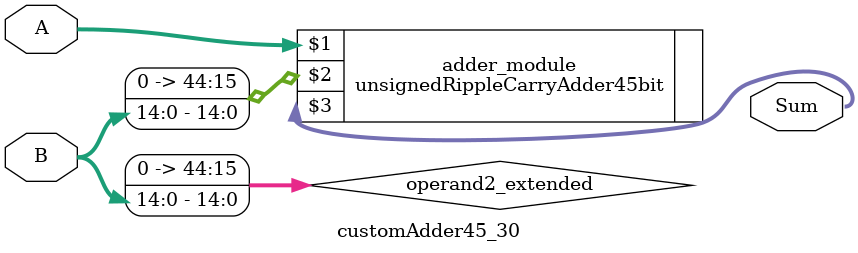
<source format=v>
module customAdder45_30(
                        input [44 : 0] A,
                        input [14 : 0] B,
                        
                        output [45 : 0] Sum
                );

        wire [44 : 0] operand2_extended;
        
        assign operand2_extended =  {30'b0, B};
        
        unsignedRippleCarryAdder45bit adder_module(
            A,
            operand2_extended,
            Sum
        );
        
        endmodule
        
</source>
